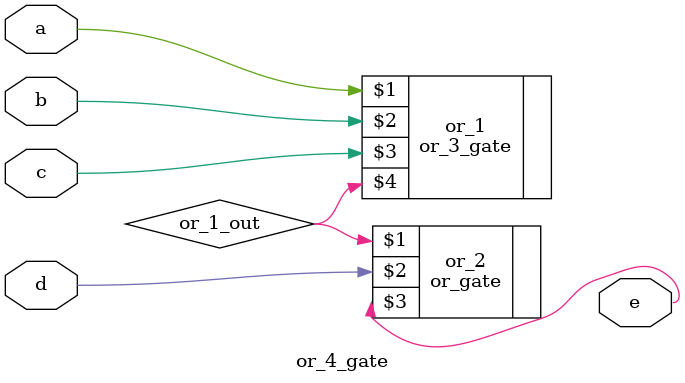
<source format=v>
`timescale 1ns / 1ps
module or_4_gate(input a, input b, input c, input d, output e);

    wire or_1_out;
    
    or_3_gate or_1 (a, b, c, or_1_out);
    or_gate or_2 (or_1_out, d, e);

endmodule
</source>
